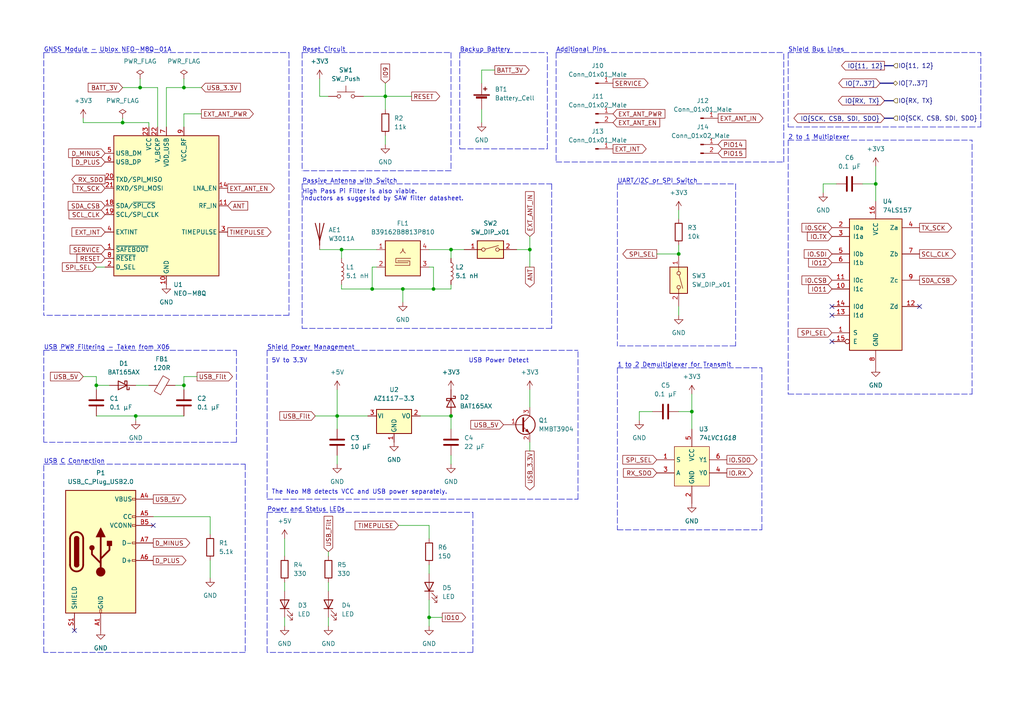
<source format=kicad_sch>
(kicad_sch (version 20211123) (generator eeschema)
  (paper "A4")
  (lib_symbols
    (symbol "74xx:74LS157" (pin_names (offset 1.016))
      (property "Reference" "U" (at -7.62 19.05 0))
      (property "Value" "74LS157" (at -7.62 -21.59 0))
      (symbol "74LS157_1_0"
        (pin input line (at -12.7 -15.24 0) (length 5.08) (name "S") (number "1"))
        (pin input line (at -12.7 -2.54 0) (length 5.08) (name "I1c") (number "10"))
        (pin input line (at -12.7 0 0) (length 5.08) (name "I0c") (number "11"))
        (pin output line (at 12.7 -7.62 180) (length 5.08) (name "Zd") (number "12"))
        (pin input line (at -12.7 -10.16 0) (length 5.08) (name "I1d") (number "13"))
        (pin input line (at -12.7 -7.62 0) (length 5.08) (name "I0d") (number "14"))
        (pin input inverted (at -12.7 -17.78 0) (length 5.08) (name "E") (number "15"))
        (pin power_in line (at 0 22.86 270) (length 5.08) (name "VCC") (number "16"))
        (pin input line (at -12.7 15.24 0) (length 5.08) (name "I0a") (number "2"))
        (pin input line (at -12.7 12.7 0) (length 5.08) (name "I1a") (number "3"))
        (pin output line (at 12.7 15.24 180) (length 5.08) (name "Za") (number "4"))
        (pin input line (at -12.7 7.62 0) (length 5.08) (name "I0b") (number "5"))
        (pin input line (at -12.7 5.08 0) (length 5.08) (name "I1b") (number "6"))
        (pin output line (at 12.7 7.62 180) (length 5.08) (name "Zb") (number "7"))
        (pin power_in line (at 0 -25.4 90) (length 5.08) (name "GND") (number "8"))
        (pin output line (at 12.7 0 180) (length 5.08) (name "Zc") (number "9"))
      )
      (symbol "74LS157_1_1"
        (rectangle (start -7.62 17.78) (end 7.62 -20.32) (stroke (width 0.254)) (fill (type background)))
      )
    )
    (symbol "Connector:Conn_01x01_Male" (pin_names (offset 1.016) hide)
      (property "Reference" "J" (at 0 2.54 0))
      (property "Value" "Conn_01x01_Male" (at 0 -2.54 0))
      (symbol "Conn_01x01_Male_1_1"
        (polyline (pts (xy 1.27 0) (xy 0.8636 0)) (stroke (width 0.1524)))
        (rectangle (start 0.8636 0.127) (end 0 -0.127) (stroke (width 0.1524)) (fill (type outline)))
        (pin passive line (at 5.08 0 180) (length 3.81) (name "Pin_1") (number "1"))
      )
    )
    (symbol "Connector:Conn_01x02_Male" (pin_names (offset 1.016) hide)
      (property "Reference" "J" (at 0 2.54 0))
      (property "Value" "Conn_01x02_Male" (at 0 -5.08 0))
      (symbol "Conn_01x02_Male_1_1"
        (polyline (pts (xy 1.27 -2.54) (xy 0.8636 -2.54)) (stroke (width 0.1524)))
        (polyline (pts (xy 1.27 0) (xy 0.8636 0)) (stroke (width 0.1524)))
        (rectangle (start 0.8636 -2.413) (end 0 -2.667) (stroke (width 0.1524)) (fill (type outline)))
        (rectangle (start 0.8636 0.127) (end 0 -0.127) (stroke (width 0.1524)) (fill (type outline)))
        (pin passive line (at 5.08 0 180) (length 3.81) (name "Pin_1") (number "1"))
        (pin passive line (at 5.08 -2.54 180) (length 3.81) (name "Pin_2") (number "2"))
      )
    )
    (symbol "Connector:USB_C_Plug_USB2.0" (pin_names (offset 1.016))
      (property "Reference" "P" (at -10.16 19.05 0))
      (property "Value" "USB_C_Plug_USB2.0" (at 12.7 19.05 0))
      (symbol "USB_C_Plug_USB2.0_0_0"
        (rectangle (start -0.254 -17.78) (end 0.254 -16.764))
        (rectangle (start 10.16 -2.286) (end 9.144 -2.794))
        (rectangle (start 10.16 2.794) (end 9.144 2.286))
        (rectangle (start 10.16 7.874) (end 9.144 7.366))
        (rectangle (start 10.16 10.414) (end 9.144 9.906))
        (rectangle (start 10.16 15.494) (end 9.144 14.986))
      )
      (symbol "USB_C_Plug_USB2.0_0_1"
        (rectangle (start -10.16 17.78) (end 10.16 -17.78) (stroke (width 0.254)) (fill (type background)))
        (arc (start -8.89 -3.81) (mid -6.985 -5.715) (end -5.08 -3.81) (stroke (width 0.508)))
        (arc (start -7.62 -3.81) (mid -6.985 -4.445) (end -6.35 -3.81) (stroke (width 0.254)))
        (arc (start -7.62 -3.81) (mid -6.985 -4.445) (end -6.35 -3.81) (stroke (width 0.254)) (fill (type outline)))
        (rectangle (start -7.62 -3.81) (end -6.35 3.81) (stroke (width 0.254)) (fill (type outline)))
        (arc (start -6.35 3.81) (mid -6.985 4.445) (end -7.62 3.81) (stroke (width 0.254)))
        (arc (start -6.35 3.81) (mid -6.985 4.445) (end -7.62 3.81) (stroke (width 0.254)) (fill (type outline)))
        (arc (start -5.08 3.81) (mid -6.985 5.715) (end -8.89 3.81) (stroke (width 0.508)))
        (circle (center -2.54 1.143) (radius 0.635) (stroke (width 0.254)) (fill (type outline)))
        (circle (center 0 -5.842) (radius 1.27) (fill (type outline)))
        (polyline (pts (xy -8.89 -3.81) (xy -8.89 3.81)) (stroke (width 0.508)))
        (polyline (pts (xy -5.08 3.81) (xy -5.08 -3.81)) (stroke (width 0.508)))
        (polyline (pts (xy 0 -5.842) (xy 0 4.318)) (stroke (width 0.508)))
        (polyline (pts (xy 0 -3.302) (xy -2.54 -0.762) (xy -2.54 0.508)) (stroke (width 0.508)))
        (polyline (pts (xy 0 -2.032) (xy 2.54 0.508) (xy 2.54 1.778)) (stroke (width 0.508)))
        (polyline (pts (xy -1.27 4.318) (xy 0 6.858) (xy 1.27 4.318) (xy -1.27 4.318)) (stroke (width 0.254)) (fill (type outline)))
        (rectangle (start 1.905 1.778) (end 3.175 3.048) (stroke (width 0.254)) (fill (type outline)))
      )
      (symbol "USB_C_Plug_USB2.0_1_1"
        (pin passive line (at 0 -22.86 90) (length 5.08) (name "GND") (number "A1"))
        (pin passive line (at 0 -22.86 90) (length 5.08) hide (name "GND") (number "A12"))
        (pin passive line (at 15.24 15.24 180) (length 5.08) (name "VBUS") (number "A4"))
        (pin bidirectional line (at 15.24 10.16 180) (length 5.08) (name "CC") (number "A5"))
        (pin bidirectional line (at 15.24 -2.54 180) (length 5.08) (name "D+") (number "A6"))
        (pin bidirectional line (at 15.24 2.54 180) (length 5.08) (name "D-") (number "A7"))
        (pin passive line (at 15.24 15.24 180) (length 5.08) hide (name "VBUS") (number "A9"))
        (pin passive line (at 0 -22.86 90) (length 5.08) hide (name "GND") (number "B1"))
        (pin passive line (at 0 -22.86 90) (length 5.08) hide (name "GND") (number "B12"))
        (pin passive line (at 15.24 15.24 180) (length 5.08) hide (name "VBUS") (number "B4"))
        (pin bidirectional line (at 15.24 7.62 180) (length 5.08) (name "VCONN") (number "B5"))
        (pin passive line (at 15.24 15.24 180) (length 5.08) hide (name "VBUS") (number "B9"))
        (pin passive line (at -7.62 -22.86 90) (length 5.08) (name "SHIELD") (number "S1"))
      )
    )
    (symbol "Device:Antenna" (pin_numbers hide) (pin_names (offset 1.016) hide)
      (property "Reference" "AE" (at -1.905 1.905 0))
      (property "Value" "Antenna" (at -1.905 0 0))
      (symbol "Antenna_0_1"
        (polyline (pts (xy 0 2.54) (xy 0 -3.81)) (stroke (width 0.254)))
        (polyline (pts (xy 1.27 2.54) (xy 0 -2.54) (xy -1.27 2.54)) (stroke (width 0.254)))
      )
      (symbol "Antenna_1_1"
        (pin input line (at 0 -5.08 90) (length 2.54) (name "A") (number "1"))
      )
    )
    (symbol "Device:Battery_Cell" (pin_numbers hide) (pin_names (offset 0) hide)
      (property "Reference" "BT" (at 2.54 2.54 0))
      (property "Value" "Battery_Cell" (at 2.54 0 0))
      (symbol "Battery_Cell_0_1"
        (rectangle (start -2.286 1.778) (end 2.286 1.524) (fill (type outline)))
        (rectangle (start -1.5748 1.1938) (end 1.4732 0.6858) (fill (type outline)))
        (polyline (pts (xy 0 0.762) (xy 0 0)))
        (polyline (pts (xy 0 1.778) (xy 0 2.54)))
        (polyline (pts (xy 0.508 3.429) (xy 1.524 3.429)) (stroke (width 0.254)))
        (polyline (pts (xy 1.016 3.937) (xy 1.016 2.921)) (stroke (width 0.254)))
      )
      (symbol "Battery_Cell_1_1"
        (pin passive line (at 0 5.08 270) (length 2.54) (name "+") (number "1"))
        (pin passive line (at 0 -2.54 90) (length 2.54) (name "-") (number "2"))
      )
    )
    (symbol "Device:C" (pin_numbers hide) (pin_names (offset 0.254))
      (property "Reference" "C" (at 0.635 2.54 0))
      (property "Value" "C" (at 0.635 -2.54 0))
      (symbol "C_0_1"
        (polyline (pts (xy -2.032 -0.762) (xy 2.032 -0.762)) (stroke (width 0.508)))
        (polyline (pts (xy -2.032 0.762) (xy 2.032 0.762)) (stroke (width 0.508)))
      )
      (symbol "C_1_1"
        (pin passive line (at 0 3.81 270) (length 2.794) (name "~") (number "1"))
        (pin passive line (at 0 -3.81 90) (length 2.794) (name "~") (number "2"))
      )
    )
    (symbol "Device:D_Schottky" (pin_numbers hide) (pin_names (offset 1.016) hide)
      (property "Reference" "D" (at 0 2.54 0))
      (property "Value" "D_Schottky" (at 0 -2.54 0))
      (symbol "D_Schottky_0_1"
        (polyline (pts (xy 1.27 0) (xy -1.27 0)))
        (polyline (pts (xy 1.27 1.27) (xy 1.27 -1.27) (xy -1.27 0) (xy 1.27 1.27)) (stroke (width 0.254)))
        (polyline (pts (xy -1.905 0.635) (xy -1.905 1.27) (xy -1.27 1.27) (xy -1.27 -1.27) (xy -0.635 -1.27) (xy -0.635 -0.635)) (stroke (width 0.254)))
      )
      (symbol "D_Schottky_1_1"
        (pin passive line (at -3.81 0 0) (length 2.54) (name "K") (number "1"))
        (pin passive line (at 3.81 0 180) (length 2.54) (name "A") (number "2"))
      )
    )
    (symbol "Device:FerriteBead" (pin_numbers hide) (pin_names (offset 0))
      (property "Reference" "FB" (at -3.81 0.635 90))
      (property "Value" "FerriteBead" (at 3.81 0 90))
      (symbol "FerriteBead_0_1"
        (polyline (pts (xy 0 -1.27) (xy 0 -1.2192)))
        (polyline (pts (xy 0 1.27) (xy 0 1.2954)))
        (polyline (pts (xy -2.7686 0.4064) (xy -1.7018 2.2606) (xy 2.7686 -0.3048) (xy 1.6764 -2.159) (xy -2.7686 0.4064)))
      )
      (symbol "FerriteBead_1_1"
        (pin passive line (at 0 3.81 270) (length 2.54) (name "~") (number "1"))
        (pin passive line (at 0 -3.81 90) (length 2.54) (name "~") (number "2"))
      )
    )
    (symbol "Device:L" (pin_numbers hide) (pin_names (offset 1.016) hide)
      (property "Reference" "L" (at -1.27 0 90))
      (property "Value" "L" (at 1.905 0 90))
      (symbol "L_0_1"
        (arc (start 0 -2.54) (mid 0.635 -1.905) (end 0 -1.27))
        (arc (start 0 -1.27) (mid 0.635 -0.635) (end 0 0))
        (arc (start 0 0) (mid 0.635 0.635) (end 0 1.27))
        (arc (start 0 1.27) (mid 0.635 1.905) (end 0 2.54))
      )
      (symbol "L_1_1"
        (pin passive line (at 0 3.81 270) (length 1.27) (name "1") (number "1"))
        (pin passive line (at 0 -3.81 90) (length 1.27) (name "2") (number "2"))
      )
    )
    (symbol "Device:LED" (pin_numbers hide) (pin_names (offset 1.016) hide)
      (property "Reference" "D" (at 0 2.54 0))
      (property "Value" "LED" (at 0 -2.54 0))
      (symbol "LED_0_1"
        (polyline (pts (xy -1.27 -1.27) (xy -1.27 1.27)) (stroke (width 0.254)))
        (polyline (pts (xy -1.27 0) (xy 1.27 0)))
        (polyline (pts (xy 1.27 -1.27) (xy 1.27 1.27) (xy -1.27 0) (xy 1.27 -1.27)) (stroke (width 0.254)))
        (polyline (pts (xy -3.048 -0.762) (xy -4.572 -2.286) (xy -3.81 -2.286) (xy -4.572 -2.286) (xy -4.572 -1.524)))
        (polyline (pts (xy -1.778 -0.762) (xy -3.302 -2.286) (xy -2.54 -2.286) (xy -3.302 -2.286) (xy -3.302 -1.524)))
      )
      (symbol "LED_1_1"
        (pin passive line (at -3.81 0 0) (length 2.54) (name "K") (number "1"))
        (pin passive line (at 3.81 0 180) (length 2.54) (name "A") (number "2"))
      )
    )
    (symbol "Device:R" (pin_numbers hide) (pin_names (offset 0))
      (property "Reference" "R" (at 2.032 0 90))
      (property "Value" "R" (at 0 0 90))
      (symbol "R_0_1"
        (rectangle (start -1.016 -2.54) (end 1.016 2.54) (stroke (width 0.254)))
      )
      (symbol "R_1_1"
        (pin passive line (at 0 3.81 270) (length 1.27) (name "~") (number "1"))
        (pin passive line (at 0 -3.81 90) (length 1.27) (name "~") (number "2"))
      )
    )
    (symbol "Filter:B39162B8813P810" (pin_names (offset 1.016))
      (property "Reference" "FL" (at 2.54 -6.35 0))
      (property "Value" "B39162B8813P810" (at 0 6.35 0))
      (symbol "B39162B8813P810_0_1"
        (rectangle (start -5.08 5.08) (end 5.08 -5.08) (stroke (width 0.254)) (fill (type background)))
        (arc (start -0.762 1.524) (mid -0.1995 2.0501) (end 0 2.794))
        (polyline (pts (xy -1.524 -0.762) (xy -1.27 -0.762)))
        (polyline (pts (xy 1.524 -1.27) (xy -1.524 -1.27)))
        (polyline (pts (xy 1.524 -0.762) (xy -1.27 -0.762)))
        (polyline (pts (xy -1.524 -1.27) (xy -2.032 -1.27) (xy -2.032 0) (xy 2.286 0)))
        (polyline (pts (xy 1.524 -0.762) (xy 2.032 -0.762) (xy 2.032 -2.032) (xy -2.286 -2.032)))
        (arc (start 0 2.794) (mid 0.2072 2.0547) (end 0.762 1.524))
      )
      (symbol "B39162B8813P810_1_1"
        (pin passive line (at -7.62 2.54 0) (length 2.54) (name "~") (number "1"))
        (pin passive line (at -7.62 -2.54 0) (length 2.54) (name "~") (number "2"))
        (pin passive line (at 7.62 -2.54 180) (length 2.54) (name "~") (number "3"))
        (pin passive line (at 7.62 2.54 180) (length 2.54) (name "~") (number "4"))
        (pin passive line (at -7.62 -2.54 0) (length 2.54) hide (name "~") (number "5"))
      )
    )
    (symbol "Modified Symbols:74LVC1G18"
      (property "Reference" "U" (at 6.35 -2.54 0))
      (property "Value" "74LVC1G18" (at 6.35 -5.08 0))
      (symbol "74LVC1G18_0_1"
        (rectangle (start -5.08 -6.35) (end 5.08 -17.78) (fill (type background)))
      )
      (symbol "74LVC1G18_1_1"
        (pin input line (at -10.16 -10.16 0) (length 5.08) (name "S") (number "1"))
        (pin power_in line (at 0 -22.86 90) (length 5.08) (name "GND") (number "2"))
        (pin input line (at -10.16 -13.97 0) (length 5.08) (name "A") (number "3"))
        (pin tri_state line (at 10.16 -13.97 180) (length 5.08) (name "Y0") (number "4"))
        (pin power_in line (at 0 -1.27 270) (length 5.08) (name "VCC") (number "5"))
        (pin tri_state line (at 10.16 -10.16 180) (length 5.08) (name "Y1") (number "6"))
      )
    )
    (symbol "RF_GPS:NEO-M8Q"
      (property "Reference" "U" (at -13.97 21.59 0))
      (property "Value" "NEO-M8Q" (at 11.43 21.59 0))
      (symbol "NEO-M8Q_0_1"
        (rectangle (start -15.24 20.32) (end 15.24 -20.32) (stroke (width 0.254)) (fill (type background)))
      )
      (symbol "NEO-M8Q_1_1"
        (pin input line (at -17.78 -12.7 0) (length 2.54) (name "~{SAFEBOOT}") (number "1"))
        (pin power_in line (at 0 -22.86 90) (length 2.54) (name "GND") (number "10"))
        (pin input line (at 17.78 0 180) (length 2.54) (name "RF_IN") (number "11"))
        (pin passive line (at 0 -22.86 90) (length 2.54) hide (name "GND") (number "12"))
        (pin passive line (at 0 -22.86 90) (length 2.54) hide (name "GND") (number "13"))
        (pin output line (at 17.78 5.08 180) (length 2.54) (name "LNA_EN") (number "14"))
        (pin no_connect line (at 15.24 -10.16 180) (length 2.54) hide (name "RESERVED") (number "15"))
        (pin no_connect line (at 15.24 -12.7 180) (length 2.54) hide (name "RESERVED") (number "16"))
        (pin no_connect line (at 15.24 -15.24 180) (length 2.54) hide (name "RESERVED") (number "17"))
        (pin bidirectional line (at -17.78 0 0) (length 2.54) (name "SDA/~{SPI_CS}") (number "18"))
        (pin input line (at -17.78 -2.54 0) (length 2.54) (name "SCL/SPI_CLK") (number "19"))
        (pin input line (at -17.78 -17.78 0) (length 2.54) (name "D_SEL") (number "2"))
        (pin output line (at -17.78 7.62 0) (length 2.54) (name "TXD/SPI_MISO") (number "20"))
        (pin input line (at -17.78 5.08 0) (length 2.54) (name "RXD/SPI_MOSI") (number "21"))
        (pin power_in line (at -2.54 22.86 270) (length 2.54) (name "V_BCKP") (number "22"))
        (pin power_in line (at -5.08 22.86 270) (length 2.54) (name "VCC") (number "23"))
        (pin passive line (at 0 -22.86 90) (length 2.54) hide (name "GND") (number "24"))
        (pin output line (at 17.78 -7.62 180) (length 2.54) (name "TIMEPULSE") (number "3"))
        (pin input line (at -17.78 -7.62 0) (length 2.54) (name "EXTINT") (number "4"))
        (pin bidirectional line (at -17.78 15.24 0) (length 2.54) (name "USB_DM") (number "5"))
        (pin bidirectional line (at -17.78 12.7 0) (length 2.54) (name "USB_DP") (number "6"))
        (pin power_in line (at 0 22.86 270) (length 2.54) (name "VDD_USB") (number "7"))
        (pin input line (at -17.78 -15.24 0) (length 2.54) (name "~{RESET}") (number "8"))
        (pin power_out line (at 5.08 22.86 270) (length 2.54) (name "VCC_RF") (number "9"))
      )
    )
    (symbol "Regulator_Linear:AZ1117-3.3" (pin_names (offset 0.254))
      (property "Reference" "U" (at -3.81 3.175 0))
      (property "Value" "AZ1117-3.3" (at 0 3.175 0))
      (symbol "AZ1117-3.3_0_1"
        (rectangle (start -5.08 1.905) (end 5.08 -5.08) (stroke (width 0.254)) (fill (type background)))
      )
      (symbol "AZ1117-3.3_1_1"
        (pin power_in line (at 0 -7.62 90) (length 2.54) (name "GND") (number "1"))
        (pin power_out line (at 7.62 0 180) (length 2.54) (name "VO") (number "2"))
        (pin power_in line (at -7.62 0 0) (length 2.54) (name "VI") (number "3"))
      )
    )
    (symbol "Switch:SW_DIP_x01" (pin_names (offset 0) hide)
      (property "Reference" "SW" (at 0 3.81 0))
      (property "Value" "SW_DIP_x01" (at 0 -3.81 0))
      (symbol "SW_DIP_x01_0_0"
        (circle (center -2.032 0) (radius 0.508))
        (polyline (pts (xy -1.524 0.127) (xy 2.3622 1.1684)))
        (circle (center 2.032 0) (radius 0.508))
      )
      (symbol "SW_DIP_x01_0_1"
        (rectangle (start -3.81 2.54) (end 3.81 -2.54) (stroke (width 0.254)) (fill (type background)))
      )
      (symbol "SW_DIP_x01_1_1"
        (pin passive line (at -7.62 0 0) (length 5.08) (name "~") (number "1"))
        (pin passive line (at 7.62 0 180) (length 5.08) (name "~") (number "2"))
      )
    )
    (symbol "Switch:SW_Push" (pin_numbers hide) (pin_names (offset 1.016) hide)
      (property "Reference" "SW" (at 1.27 2.54 0))
      (property "Value" "SW_Push" (at 0 -1.524 0))
      (symbol "SW_Push_0_1"
        (circle (center -2.032 0) (radius 0.508))
        (polyline (pts (xy 0 1.27) (xy 0 3.048)))
        (polyline (pts (xy 2.54 1.27) (xy -2.54 1.27)))
        (circle (center 2.032 0) (radius 0.508))
        (pin passive line (at -5.08 0 0) (length 2.54) (name "1") (number "1"))
        (pin passive line (at 5.08 0 180) (length 2.54) (name "2") (number "2"))
      )
    )
    (symbol "Transistor_BJT:MMBT3904" (pin_names (offset 0) hide)
      (property "Reference" "Q" (at 5.08 1.905 0))
      (property "Value" "MMBT3904" (at 5.08 0 0))
      (symbol "MMBT3904_0_1"
        (polyline (pts (xy 0.635 0.635) (xy 2.54 2.54)))
        (polyline (pts (xy 0.635 -0.635) (xy 2.54 -2.54) (xy 2.54 -2.54)))
        (polyline (pts (xy 0.635 1.905) (xy 0.635 -1.905) (xy 0.635 -1.905)) (stroke (width 0.508)))
        (polyline (pts (xy 1.27 -1.778) (xy 1.778 -1.27) (xy 2.286 -2.286) (xy 1.27 -1.778) (xy 1.27 -1.778)) (fill (type outline)))
        (circle (center 1.27 0) (radius 2.8194) (stroke (width 0.254)))
      )
      (symbol "MMBT3904_1_1"
        (pin input line (at -5.08 0 0) (length 5.715) (name "B") (number "1"))
        (pin passive line (at 2.54 -5.08 90) (length 2.54) (name "E") (number "2"))
        (pin passive line (at 2.54 5.08 270) (length 2.54) (name "C") (number "3"))
      )
    )
    (symbol "power:+3.3V" (power) (pin_names (offset 0))
      (property "Value" "+3.3V" (at 0 3.556 0))
      (symbol "+3.3V_0_1"
        (polyline (pts (xy -0.762 1.27) (xy 0 2.54)))
        (polyline (pts (xy 0 0) (xy 0 2.54)))
        (polyline (pts (xy 0 2.54) (xy 0.762 1.27)))
      )
      (symbol "+3.3V_1_1"
        (pin power_in line (at 0 0 90) (length 0) hide (name "+3V3") (number "1"))
      )
    )
    (symbol "power:+5V" (power) (pin_names (offset 0))
      (property "Value" "+5V" (at 0 3.556 0))
      (symbol "+5V_0_1"
        (polyline (pts (xy -0.762 1.27) (xy 0 2.54)))
        (polyline (pts (xy 0 0) (xy 0 2.54)))
        (polyline (pts (xy 0 2.54) (xy 0.762 1.27)))
      )
      (symbol "+5V_1_1"
        (pin power_in line (at 0 0 90) (length 0) hide (name "+5V") (number "1"))
      )
    )
    (symbol "power:GND" (power) (pin_names (offset 0))
      (property "Value" "GND" (at 0 -3.81 0))
      (symbol "GND_0_1"
        (polyline (pts (xy 0 0) (xy 0 -1.27) (xy 1.27 -1.27) (xy 0 -2.54) (xy -1.27 -1.27) (xy 0 -1.27)))
      )
      (symbol "GND_1_1"
        (pin power_in line (at 0 0 270) (length 0) hide (name "GND") (number "1"))
      )
    )
    (symbol "power:PWR_FLAG" (power) (pin_numbers hide) (pin_names (offset 0) hide)
      (property "Value" "PWR_FLAG" (at 0 3.81 0))
      (symbol "PWR_FLAG_0_0"
        (pin power_out line (at 0 0 90) (length 0) (name "pwr") (number "1"))
      )
      (symbol "PWR_FLAG_0_1"
        (polyline (pts (xy 0 0) (xy 0 1.27) (xy -1.016 1.905) (xy 0 2.54) (xy 1.016 1.905) (xy 0 1.27)))
      )
    )
  )
  (junction (at 97.79 120.65))
  (junction (at 107.95 83.82))
  (junction (at 40.64 25.4))
  (junction (at 125.73 83.82))
  (junction (at 130.81 120.65))
  (junction (at 53.34 111.76))
  (junction (at 254 53.34))
  (junction (at 39.37 120.65))
  (junction (at 35.56 35.56))
  (junction (at 99.06 72.39))
  (junction (at 27.94 111.76))
  (junction (at 53.34 25.4))
  (junction (at 196.85 73.66))
  (junction (at 130.81 72.39))
  (junction (at 116.84 83.82))
  (junction (at 153.67 72.39))
  (junction (at 124.46 179.07))
  (junction (at 200.66 119.38))
  (junction (at 111.76 27.94))
  (no_connect (at 266.7 88.9))
  (no_connect (at 241.3 99.06))
  (no_connect (at 241.3 91.44))
  (no_connect (at 241.3 88.9))
  (no_connect (at 21.59 182.88))
  (no_connect (at 44.45 152.4))
  (wire (pts (xy 53.34 111.76) (xy 53.34 113.03)))
  (wire (pts (xy 27.94 120.65) (xy 39.37 120.65)))
  (wire (pts (xy 53.34 36.83) (xy 53.34 33.02)))
  (wire (pts (xy 48.26 25.4) (xy 48.26 36.83)))
  (wire (pts (xy 24.13 35.56) (xy 24.13 34.29)))
  (bus (pts (xy 256.54 34.29) (xy 259.08 34.29)))
  (wire (pts (xy 35.56 34.29) (xy 35.56 35.56)))
  (wire (pts (xy 27.94 111.76) (xy 31.75 111.76)))
  (wire (pts (xy 238.76 53.34) (xy 242.57 53.34)))
  (bus (pts (xy 255.27 24.13) (xy 259.08 24.13)))
  (wire (pts (xy 53.34 22.86) (xy 53.34 25.4)))
  (wire (pts (xy 39.37 111.76) (xy 43.18 111.76)))
  (bus (pts (xy 256.54 19.05) (xy 259.08 19.05)))
  (polyline (pts (xy 133.35 43.18) (xy 158.75 43.18)))
  (wire (pts (xy 125.73 77.47) (xy 125.73 83.82)))
  (wire (pts (xy 124.46 77.47) (xy 125.73 77.47)))
  (polyline (pts (xy 284.48 36.83) (xy 284.48 15.24)))
  (wire (pts (xy 139.7 31.75) (xy 139.7 35.56)))
  (polyline (pts (xy 12.7 15.24) (xy 83.82 15.24)))
  (wire (pts (xy 130.81 132.08) (xy 130.81 134.62)))
  (polyline (pts (xy 12.7 15.24) (xy 12.7 91.44)))
  (wire (pts (xy 82.55 179.07) (xy 82.55 181.61)))
  (wire (pts (xy 153.67 128.27) (xy 153.67 130.81)))
  (wire (pts (xy 130.81 72.39) (xy 130.81 74.93)))
  (wire (pts (xy 111.76 27.94) (xy 119.38 27.94)))
  (wire (pts (xy 27.94 109.22) (xy 27.94 111.76)))
  (polyline (pts (xy 179.07 53.34) (xy 179.07 100.33)))
  (wire (pts (xy 92.71 27.94) (xy 95.25 27.94)))
  (wire (pts (xy 200.66 119.38) (xy 200.66 124.46)))
  (wire (pts (xy 111.76 24.13) (xy 111.76 27.94)))
  (wire (pts (xy 24.13 109.22) (xy 27.94 109.22)))
  (polyline (pts (xy 179.07 53.34) (xy 213.36 53.34)))
  (polyline (pts (xy 71.12 134.62) (xy 71.12 189.23)))
  (polyline (pts (xy 179.07 106.68) (xy 220.98 106.68)))
  (wire (pts (xy 97.79 113.03) (xy 97.79 120.65)))
  (polyline (pts (xy 160.02 95.25) (xy 87.63 95.25)))
  (wire (pts (xy 124.46 179.07) (xy 128.27 179.07)))
  (wire (pts (xy 185.42 121.92) (xy 185.42 119.38)))
  (wire (pts (xy 254 48.26) (xy 254 53.34)))
  (polyline (pts (xy 220.98 153.67) (xy 220.98 106.68)))
  (wire (pts (xy 109.22 77.47) (xy 107.95 77.47)))
  (polyline (pts (xy 133.35 15.24) (xy 133.35 43.18)))
  (polyline (pts (xy 130.81 15.24) (xy 130.81 49.53)))
  (polyline (pts (xy 12.7 134.62) (xy 71.12 134.62)))
  (polyline (pts (xy 228.6 36.83) (xy 284.48 36.83)))
  (wire (pts (xy 48.26 25.4) (xy 53.34 25.4)))
  (wire (pts (xy 250.19 53.34) (xy 254 53.34)))
  (polyline (pts (xy 12.7 189.23) (xy 12.7 134.62)))
  (wire (pts (xy 196.85 60.96) (xy 196.85 63.5)))
  (wire (pts (xy 153.67 68.58) (xy 153.67 72.39)))
  (polyline (pts (xy 87.63 15.24) (xy 130.81 15.24)))
  (wire (pts (xy 53.34 109.22) (xy 53.34 111.76)))
  (wire (pts (xy 125.73 83.82) (xy 116.84 83.82)))
  (polyline (pts (xy 87.63 15.24) (xy 87.63 49.53)))
  (wire (pts (xy 124.46 72.39) (xy 130.81 72.39)))
  (wire (pts (xy 35.56 25.4) (xy 40.64 25.4)))
  (wire (pts (xy 238.76 55.88) (xy 238.76 53.34)))
  (polyline (pts (xy 77.47 148.59) (xy 77.47 189.23)))
  (polyline (pts (xy 77.47 101.6) (xy 77.47 144.78)))
  (wire (pts (xy 111.76 27.94) (xy 111.76 31.75)))
  (polyline (pts (xy 228.6 40.64) (xy 281.94 40.64)))
  (polyline (pts (xy 228.6 15.24) (xy 284.48 15.24)))
  (wire (pts (xy 124.46 152.4) (xy 124.46 156.21)))
  (wire (pts (xy 121.92 120.65) (xy 130.81 120.65)))
  (wire (pts (xy 53.34 109.22) (xy 57.15 109.22)))
  (polyline (pts (xy 68.58 128.27) (xy 12.7 128.27)))
  (wire (pts (xy 130.81 72.39) (xy 134.62 72.39)))
  (wire (pts (xy 50.8 111.76) (xy 53.34 111.76)))
  (wire (pts (xy 82.55 168.91) (xy 82.55 171.45)))
  (polyline (pts (xy 137.16 148.59) (xy 137.16 189.23)))
  (wire (pts (xy 44.45 149.86) (xy 60.96 149.86)))
  (wire (pts (xy 124.46 173.99) (xy 124.46 179.07)))
  (wire (pts (xy 95.25 160.02) (xy 95.25 161.29)))
  (wire (pts (xy 95.25 168.91) (xy 95.25 171.45)))
  (wire (pts (xy 116.84 83.82) (xy 116.84 87.63)))
  (wire (pts (xy 185.42 119.38) (xy 189.23 119.38)))
  (wire (pts (xy 130.81 82.55) (xy 130.81 83.82)))
  (polyline (pts (xy 228.6 114.3) (xy 281.94 114.3)))
  (wire (pts (xy 40.64 22.86) (xy 40.64 25.4)))
  (polyline (pts (xy 133.35 15.24) (xy 158.75 15.24)))
  (wire (pts (xy 130.81 120.65) (xy 130.81 124.46)))
  (polyline (pts (xy 179.07 153.67) (xy 220.98 153.67)))
  (wire (pts (xy 99.06 82.55) (xy 99.06 83.82)))
  (wire (pts (xy 196.85 119.38) (xy 200.66 119.38)))
  (polyline (pts (xy 77.47 144.78) (xy 167.64 144.78)))
  (bus (pts (xy 256.54 29.21) (xy 259.08 29.21)))
  (polyline (pts (xy 77.47 101.6) (xy 167.64 101.6)))
  (polyline (pts (xy 137.16 189.23) (xy 77.47 189.23)))
  (wire (pts (xy 82.55 156.21) (xy 82.55 161.29)))
  (wire (pts (xy 45.72 36.83) (xy 45.72 25.4)))
  (wire (pts (xy 190.5 73.66) (xy 196.85 73.66)))
  (wire (pts (xy 27.94 77.47) (xy 30.48 77.47)))
  (polyline (pts (xy 12.7 101.6) (xy 68.58 101.6)))
  (polyline (pts (xy 87.63 53.34) (xy 87.63 95.25)))
  (wire (pts (xy 60.96 162.56) (xy 60.96 167.64)))
  (polyline (pts (xy 161.29 15.24) (xy 227.33 15.24)))
  (wire (pts (xy 139.7 20.32) (xy 139.7 24.13)))
  (wire (pts (xy 124.46 179.07) (xy 124.46 181.61)))
  (wire (pts (xy 24.13 35.56) (xy 35.56 35.56)))
  (wire (pts (xy 124.46 163.83) (xy 124.46 166.37)))
  (wire (pts (xy 92.71 72.39) (xy 99.06 72.39)))
  (polyline (pts (xy 281.94 114.3) (xy 281.94 40.64)))
  (wire (pts (xy 39.37 120.65) (xy 39.37 121.92)))
  (polyline (pts (xy 130.81 49.53) (xy 87.63 49.53)))
  (wire (pts (xy 27.94 111.76) (xy 27.94 113.03)))
  (wire (pts (xy 95.25 179.07) (xy 95.25 181.61)))
  (polyline (pts (xy 167.64 144.78) (xy 167.64 101.6)))
  (wire (pts (xy 60.96 149.86) (xy 60.96 154.94)))
  (wire (pts (xy 125.73 83.82) (xy 130.81 83.82)))
  (wire (pts (xy 111.76 39.37) (xy 111.76 41.91)))
  (polyline (pts (xy 227.33 46.99) (xy 227.33 15.24)))
  (wire (pts (xy 92.71 22.86) (xy 92.71 27.94)))
  (wire (pts (xy 153.67 72.39) (xy 153.67 77.47)))
  (wire (pts (xy 115.57 152.4) (xy 124.46 152.4)))
  (polyline (pts (xy 158.75 43.18) (xy 158.75 15.24)))
  (polyline (pts (xy 228.6 15.24) (xy 228.6 36.83)))
  (wire (pts (xy 149.86 72.39) (xy 153.67 72.39)))
  (wire (pts (xy 97.79 120.65) (xy 106.68 120.65)))
  (wire (pts (xy 254 53.34) (xy 254 58.42)))
  (polyline (pts (xy 87.63 53.34) (xy 160.02 53.34)))
  (polyline (pts (xy 71.12 189.23) (xy 12.7 189.23)))
  (wire (pts (xy 99.06 72.39) (xy 109.22 72.39)))
  (polyline (pts (xy 161.29 15.24) (xy 161.29 46.99)))
  (wire (pts (xy 40.64 25.4) (xy 45.72 25.4)))
  (wire (pts (xy 53.34 33.02) (xy 58.42 33.02)))
  (wire (pts (xy 107.95 83.82) (xy 116.84 83.82)))
  (polyline (pts (xy 213.36 53.34) (xy 213.36 100.33)))
  (wire (pts (xy 107.95 77.47) (xy 107.95 83.82)))
  (wire (pts (xy 97.79 124.46) (xy 97.79 120.65)))
  (wire (pts (xy 196.85 71.12) (xy 196.85 73.66)))
  (polyline (pts (xy 160.02 53.34) (xy 160.02 95.25)))
  (polyline (pts (xy 161.29 46.99) (xy 227.33 46.99)))
  (wire (pts (xy 43.18 36.83) (xy 43.18 35.56)))
  (polyline (pts (xy 83.82 15.24) (xy 83.82 91.44)))
  (wire (pts (xy 139.7 20.32) (xy 143.51 20.32)))
  (wire (pts (xy 99.06 83.82) (xy 107.95 83.82)))
  (wire (pts (xy 97.79 132.08) (xy 97.79 134.62)))
  (polyline (pts (xy 213.36 100.33) (xy 179.07 100.33)))
  (wire (pts (xy 35.56 35.56) (xy 43.18 35.56)))
  (wire (pts (xy 196.85 88.9) (xy 196.85 91.44)))
  (wire (pts (xy 39.37 120.65) (xy 53.34 120.65)))
  (polyline (pts (xy 12.7 128.27) (xy 12.7 101.6)))
  (polyline (pts (xy 228.6 40.64) (xy 228.6 114.3)))
  (polyline (pts (xy 83.82 91.44) (xy 12.7 91.44)))
  (wire (pts (xy 58.42 25.4) (xy 53.34 25.4)))
  (wire (pts (xy 200.66 114.3) (xy 200.66 119.38)))
  (wire (pts (xy 153.67 113.03) (xy 153.67 118.11)))
  (polyline (pts (xy 77.47 148.59) (xy 137.16 148.59)))
  (wire (pts (xy 91.44 120.65) (xy 97.79 120.65)))
  (wire (pts (xy 99.06 72.39) (xy 99.06 74.93)))
  (wire (pts (xy 105.41 27.94) (xy 111.76 27.94)))
  (polyline (pts (xy 68.58 101.6) (xy 68.58 128.27)))
  (polyline (pts (xy 179.07 106.68) (xy 179.07 153.67)))
  (text "1 to 2 Demultiplexer for Transmit" (at 179.07 106.68 0) (effects (font (size 1.27 1.27)) (justify left bottom)))
  (text "USB PWR Filtering - Taken from X06" (at 12.7 101.6 0) (effects (font (size 1.27 1.27)) (justify left bottom)))
  (text "Shield Power Management" (at 77.47 101.6 0) (effects (font (size 1.27 1.27)) (justify left bottom)))
  (text "USB Power Detect" (at 135.89 105.41 0) (effects (font (size 1.27 1.27)) (justify left bottom)))
  (text "USB C Connection" (at 12.7 134.62 0) (effects (font (size 1.27 1.27)) (justify left bottom)))
  (text "2 to 1 Multiplexer" (at 228.6 40.64 0) (effects (font (size 1.27 1.27)) (justify left bottom)))
  (text "Backup Battery" (at 133.35 15.24 0) (effects (font (size 1.27 1.27)) (justify left bottom)))
  (text "UART/I2C or SPI Switch" (at 179.07 53.34 0) (effects (font (size 1.27 1.27)) (justify left bottom)))
  (text "Power and Status LEDs" (at 77.47 148.59 0) (effects (font (size 1.27 1.27)) (justify left bottom)))
  (text "The Neo M8 detects VCC and USB power separately." (at 78.74 143.51 0) (effects (font (size 1.27 1.27)) (justify left bottom)))
  (text "Shield Bus Lines" (at 228.6 15.24 0) (effects (font (size 1.27 1.27)) (justify left bottom)))
  (text "5V to 3.3V" (at 78.74 105.41 0) (effects (font (size 1.27 1.27)) (justify left bottom)))
  (text "Passive Antenna with Switch" (at 87.63 53.34 0) (effects (font (size 1.27 1.27)) (justify left bottom)))
  (text "Reset Circuit" (at 87.63 15.24 0) (effects (font (size 1.27 1.27)) (justify left bottom)))
  (text "Additional Pins" (at 161.29 15.24 0) (effects (font (size 1.27 1.27)) (justify left bottom)))
  (text "High Pass Pi Filter is also viable.\nInductors as suggested by SAW filter datasheet." (at 87.63 58.42 0) (effects (font (size 1.27 1.27)) (justify left bottom)))
  (text "GNSS Module - Ublox NEO-M8Q-01A" (at 12.7 15.24 0) (effects (font (size 1.27 1.27)) (justify left bottom)))
  (global_label "SPI_SEL" (shape input) (at 190.5 133.35 180) (property "Intersheet References" "${INTERSHEET_REFS}" (effects hide)))
  (global_label "USB_5V" (shape input) (at 24.13 109.22 180) (property "Sayfalar Arası Referanslar" "${INTERSHEET_REFS}" (effects hide)))
  (global_label "USB_Filt" (shape input) (at 91.44 120.65 180) (property "Sayfalar Arası Referanslar" "${INTERSHEET_REFS}" (effects hide)))
  (global_label "ANT" (shape input) (at 66.04 59.69 0) (property "Intersheet References" "${INTERSHEET_REFS}" (effects hide)))
  (global_label "IO9" (shape input) (at 111.76 24.13 90) (property "Intersheet References" "${INTERSHEET_REFS}" (effects hide)))
  (global_label "IO{RX, TX}" (shape bidirectional) (at 256.54 29.21 180) (property "Intersheet References" "${INTERSHEET_REFS}" (effects hide)))
  (global_label "USB_5V" (shape input) (at 146.05 123.19 180) (property "Sayfalar Arası Referanslar" "${INTERSHEET_REFS}" (effects hide)))
  (global_label "RESET" (shape input) (at 30.48 74.93 180) (property "Intersheet References" "${INTERSHEET_REFS}" (effects hide)))
  (global_label "IO.RX" (shape output) (at 210.82 137.16 0) (property "Intersheet References" "${INTERSHEET_REFS}" (effects hide)))
  (global_label "EXT_ANT_EN" (shape input) (at 177.8 35.56 0) (property "Intersheet References" "${INTERSHEET_REFS}" (effects hide)))
  (global_label "EXT_ANT_IN" (shape output) (at 208.28 34.29 0) (property "Intersheet References" "${INTERSHEET_REFS}" (effects hide)))
  (global_label "PIO15" (shape input) (at 208.28 44.45 0) (property "Intersheet References" "${INTERSHEET_REFS}" (effects hide)))
  (global_label "TIMEPULSE" (shape output) (at 66.04 67.31 0) (property "Intersheet References" "${INTERSHEET_REFS}" (effects hide)))
  (global_label "RX_SDO" (shape input) (at 190.5 137.16 180) (property "Intersheet References" "${INTERSHEET_REFS}" (effects hide)))
  (global_label "SDA_CSB" (shape input) (at 30.48 59.69 180) (property "Intersheet References" "${INTERSHEET_REFS}" (effects hide)))
  (global_label "TX_SCK" (shape output) (at 266.7 66.04 0) (property "Intersheet References" "${INTERSHEET_REFS}" (effects hide)))
  (global_label "IO11" (shape input) (at 241.3 83.82 180) (property "Intersheet References" "${INTERSHEET_REFS}" (effects hide)))
  (global_label "TIMEPULSE" (shape input) (at 115.57 152.4 180) (property "Intersheet References" "${INTERSHEET_REFS}" (effects hide)))
  (global_label "USB_3.3V" (shape input) (at 58.42 25.4 0) (property "Intersheet References" "${INTERSHEET_REFS}" (effects hide)))
  (global_label "SDA_CSB" (shape output) (at 266.7 81.28 0) (property "Intersheet References" "${INTERSHEET_REFS}" (effects hide)))
  (global_label "EXT_ANT_IN" (shape input) (at 153.67 68.58 90) (property "Intersheet References" "${INTERSHEET_REFS}" (effects hide)))
  (global_label "EXT_ANT_PWR" (shape input) (at 177.8 33.02 0) (property "Intersheet References" "${INTERSHEET_REFS}" (effects hide)))
  (global_label "SPI_SEL" (shape input) (at 27.94 77.47 180) (property "Intersheet References" "${INTERSHEET_REFS}" (effects hide)))
  (global_label "IO.CSB" (shape input) (at 241.3 81.28 180) (property "Intersheet References" "${INTERSHEET_REFS}" (effects hide)))
  (global_label "D_PLUS" (shape input) (at 30.48 46.99 180) (property "Intersheet References" "${INTERSHEET_REFS}" (effects hide)))
  (global_label "TX_SCK" (shape input) (at 30.48 54.61 180) (property "Intersheet References" "${INTERSHEET_REFS}" (effects hide)))
  (global_label "IO.SDO" (shape output) (at 210.82 133.35 0) (property "Intersheet References" "${INTERSHEET_REFS}" (effects hide)))
  (global_label "SERVICE" (shape input) (at 30.48 72.39 180) (property "Intersheet References" "${INTERSHEET_REFS}" (effects hide)))
  (global_label "USB_5V" (shape output) (at 44.45 144.78 0) (property "Intersheet References" "${INTERSHEET_REFS}" (effects hide)))
  (global_label "IO.SDI" (shape input) (at 241.3 73.66 180) (property "Intersheet References" "${INTERSHEET_REFS}" (effects hide)))
  (global_label "IO.SCK" (shape input) (at 241.3 66.04 180) (property "Intersheet References" "${INTERSHEET_REFS}" (effects hide)))
  (global_label "SPI_SEL" (shape output) (at 190.5 73.66 180) (property "Intersheet References" "${INTERSHEET_REFS}" (effects hide)))
  (global_label "EXT_INT" (shape input) (at 30.48 67.31 180) (property "Intersheet References" "${INTERSHEET_REFS}" (effects hide)))
  (global_label "D_MINUS" (shape output) (at 44.45 157.48 0) (property "Intersheet References" "${INTERSHEET_REFS}" (effects hide)))
  (global_label "BATT_3V" (shape output) (at 143.51 20.32 0) (property "Intersheet References" "${INTERSHEET_REFS}" (effects hide)))
  (global_label "EXT_ANT_EN" (shape output) (at 66.04 54.61 0) (property "Intersheet References" "${INTERSHEET_REFS}" (effects hide)))
  (global_label "IO.TX" (shape input) (at 241.3 68.58 180) (property "Intersheet References" "${INTERSHEET_REFS}" (effects hide)))
  (global_label "ANT" (shape output) (at 153.67 77.47 270) (property "Intersheet References" "${INTERSHEET_REFS}" (effects hide)))
  (global_label "RX_SDO" (shape output) (at 30.48 52.07 180) (property "Intersheet References" "${INTERSHEET_REFS}" (effects hide)))
  (global_label "BATT_3V" (shape input) (at 35.56 25.4 180) (property "Intersheet References" "${INTERSHEET_REFS}" (effects hide)))
  (global_label "SPI_SEL" (shape input) (at 241.3 96.52 180) (property "Intersheet References" "${INTERSHEET_REFS}" (effects hide)))
  (global_label "D_PLUS" (shape output) (at 44.45 162.56 0) (property "Intersheet References" "${INTERSHEET_REFS}" (effects hide)))
  (global_label "EXT_ANT_PWR" (shape output) (at 58.42 33.02 0) (property "Intersheet References" "${INTERSHEET_REFS}" (effects hide)))
  (global_label "RESET" (shape output) (at 119.38 27.94 0) (property "Intersheet References" "${INTERSHEET_REFS}" (effects hide)))
  (global_label "USB_Filt" (shape output) (at 57.15 109.22 0) (property "Sayfalar Arası Referanslar" "${INTERSHEET_REFS}" (effects hide)))
  (global_label "IO10" (shape output) (at 128.27 179.07 0) (property "Intersheet References" "${INTERSHEET_REFS}" (effects hide)))
  (global_label "IO{11, 12}" (shape output) (at 256.54 19.05 180) (property "Intersheet References" "${INTERSHEET_REFS}" (effects hide)))
  (global_label "SCL_CLK" (shape output) (at 266.7 73.66 0) (property "Intersheet References" "${INTERSHEET_REFS}" (effects hide)))
  (global_label "SERVICE" (shape output) (at 177.8 24.13 0) (property "Intersheet References" "${INTERSHEET_REFS}" (effects hide)))
  (global_label "EXT_INT" (shape output) (at 177.8 43.18 0) (property "Intersheet References" "${INTERSHEET_REFS}" (effects hide)))
  (global_label "USB_3.3V" (shape output) (at 153.67 130.81 270) (property "Intersheet References" "${INTERSHEET_REFS}" (effects hide)))
  (global_label "IO12" (shape input) (at 241.3 76.2 180) (property "Intersheet References" "${INTERSHEET_REFS}" (effects hide)))
  (global_label "IO{SCK, CSB, SDI, SDO}" (shape bidirectional) (at 256.54 34.29 180) (property "Intersheet References" "${INTERSHEET_REFS}" (effects hide)))
  (global_label "SCL_CLK" (shape input) (at 30.48 62.23 180) (property "Intersheet References" "${INTERSHEET_REFS}" (effects hide)))
  (global_label "USB_Filt" (shape input) (at 95.25 160.02 90) (property "Intersheet References" "${INTERSHEET_REFS}" (effects hide)))
  (global_label "IO[7..37]" (shape bidirectional) (at 255.27 24.13 180) (property "Intersheet References" "${INTERSHEET_REFS}" (effects hide)))
  (global_label "PIO14" (shape input) (at 208.28 41.91 0) (property "Intersheet References" "${INTERSHEET_REFS}" (effects hide)))
  (global_label "D_MINUS" (shape input) (at 30.48 44.45 180) (property "Intersheet References" "${INTERSHEET_REFS}" (effects hide)))
  (hierarchical_label "IO{SCK, CSB, SDI, SDO}" (shape input) (at 259.08 34.29 0))
  (hierarchical_label "IO[7..37]" (shape bidirectional) (at 259.08 24.13 0))
  (hierarchical_label "IO{11, 12}" (shape input) (at 259.08 19.05 0))
  (hierarchical_label "IO{RX, TX}" (shape input) (at 259.08 29.21 0))
  (symbol (lib_id "Device:L") (at 130.81 78.74 0) (unit 1)
    (property "Reference" "L2" (at 132.08 77.4699 0) (effects (justify left)))
    (property "Value" "5.1 nH" (at 132.08 80.0099 0) (effects (justify left)))
  )
  (symbol (lib_id "power:GND") (at 48.26 82.55 0) (unit 1)
    (property "Reference" "#PWR0112" (effects hide))
    (property "Value" "GND" (at 48.26 87.63 0))
  )
  (symbol (lib_id "Switch:SW_DIP_x01") (at 142.24 72.39 0) (unit 1)
    (property "Reference" "SW2" (at 142.24 64.77 0))
    (property "Value" "SW_DIP_x01" (at 142.24 67.31 0))
  )
  (symbol (lib_id "Device:D_Schottky") (at 130.81 116.84 270) (unit 1)
    (property "Reference" "D2" (at 133.35 115.2524 90) (effects (justify left)))
    (property "Value" "BAT165AX" (at 133.35 117.7924 90) (effects (justify left)))
    (property "Footprint" "Diode_SMD:D_0402_1005Metric" (effects hide))
  )
  (symbol (lib_id "Device:C") (at 97.79 128.27 0) (unit 1)
    (property "Reference" "C3" (at 101.6 126.9999 0) (effects (justify left)))
    (property "Value" "10 µF" (at 101.6 129.5399 0) (effects (justify left)))
  )
  (symbol (lib_id "power:+3.3V") (at 153.67 113.03 0) (unit 1)
    (property "Reference" "#PWR0124" (effects hide))
    (property "Value" "+3.3V" (at 153.67 107.95 0))
  )
  (symbol (lib_id "power:GND") (at 116.84 87.63 0) (unit 1)
    (property "Reference" "#PWR0118" (effects hide))
    (property "Value" "GND" (at 116.84 92.71 0))
  )
  (symbol (lib_id "Transistor_BJT:MMBT3904") (at 151.13 123.19 0) (unit 1)
    (property "Reference" "Q1" (at 156.21 121.9199 0) (effects (justify left)))
    (property "Value" "MMBT3904" (at 156.21 124.4599 0) (effects (justify left)))
    (property "Footprint" "Package_TO_SOT_SMD:SOT-23" (effects hide))
    (property "Datasheet" "https://www.onsemi.com/pub/Collateral/2N3903-D.PDF" (effects hide))
  )
  (symbol (lib_id "power:GND") (at 29.21 182.88 0) (unit 1)
    (property "Reference" "#PWR0113" (effects hide))
    (property "Value" "GND" (at 29.21 187.96 0))
  )
  (symbol (lib_id "Device:C") (at 246.38 53.34 90) (unit 1)
    (property "Reference" "C6" (at 246.38 45.72 90))
    (property "Value" "0.1 µF" (at 246.38 48.26 90))
  )
  (symbol (lib_id "Device:L") (at 99.06 78.74 0) (unit 1)
    (property "Reference" "L1" (at 100.33 77.4699 0) (effects (justify left)))
    (property "Value" "5.1 nH" (at 100.33 80.0099 0) (effects (justify left)))
  )
  (symbol (lib_id "Device:D_Schottky") (at 35.56 111.76 180) (unit 1)
    (property "Reference" "D1" (at 35.8775 105.41 0))
    (property "Value" "BAT165AX" (at 35.8775 107.95 0))
    (property "Footprint" "Diode_SMD:D_0402_1005Metric" (effects hide))
  )
  (symbol (lib_id "power:GND") (at 82.55 181.61 0) (unit 1)
    (property "Reference" "#PWR0103" (effects hide))
    (property "Value" "GND" (at 82.55 186.69 0))
  )
  (symbol (lib_id "Device:Antenna") (at 92.71 67.31 0) (unit 1)
    (property "Reference" "AE1" (at 95.25 66.6749 0) (effects (justify left)))
    (property "Value" "W3011A" (at 95.25 69.2149 0) (effects (justify left)))
  )
  (symbol (lib_id "power:GND") (at 254 106.68 0) (unit 1)
    (property "Reference" "#PWR0115" (effects hide))
    (property "Value" "GND" (at 254 111.76 0))
  )
  (symbol (lib_id "power:+3.3V") (at 24.13 34.29 0) (unit 1)
    (property "Reference" "#PWR0111" (effects hide))
    (property "Value" "+3.3V" (at 24.13 29.21 0))
  )
  (symbol (lib_id "Regulator_Linear:AZ1117-3.3") (at 114.3 120.65 0) (unit 1)
    (property "Reference" "U2" (at 114.3 113.03 0))
    (property "Value" "AZ1117-3.3" (at 114.3 115.57 0))
    (property "Datasheet" "https://www.diodes.com/assets/Datasheets/AZ1117.pdf" (effects hide))
  )
  (symbol (lib_id "Device:FerriteBead") (at 46.99 111.76 90) (unit 1)
    (property "Reference" "FB1" (at 46.9392 104.14 90))
    (property "Value" "120R" (at 46.9392 106.68 90))
    (property "Footprint" "Inductor_SMD:L_0603_1608Metric" (effects hide))
  )
  (symbol (lib_id "power:+3.3V") (at 130.81 113.03 0) (unit 1)
    (property "Reference" "#PWR0127" (effects hide))
    (property "Value" "+3.3V" (at 130.81 107.95 0))
  )
  (symbol (lib_id "Device:LED") (at 95.25 175.26 90) (unit 1)
    (property "Reference" "D4" (at 99.06 175.5774 90) (effects (justify right)))
    (property "Value" "LED" (at 99.06 178.1174 90) (effects (justify right)))
  )
  (symbol (lib_id "power:GND") (at 111.76 41.91 0) (unit 1)
    (property "Reference" "#PWR0102" (effects hide))
    (property "Value" "GND" (at 111.76 46.99 0))
  )
  (symbol (lib_id "power:PWR_FLAG") (at 35.56 34.29 0) (unit 1)
    (property "Reference" "#FLG0103" (effects hide))
    (property "Value" "PWR_FLAG" (at 35.56 29.21 0))
  )
  (symbol (lib_id "power:GND") (at 60.96 167.64 0) (unit 1)
    (property "Reference" "#PWR0106" (effects hide))
    (property "Value" "GND" (at 60.96 172.72 0))
  )
  (symbol (lib_id "power:PWR_FLAG") (at 53.34 22.86 0) (unit 1)
    (property "Reference" "#FLG0102" (effects hide))
    (property "Value" "PWR_FLAG" (at 53.34 17.78 0))
  )
  (symbol (lib_id "power:GND") (at 114.3 128.27 0) (unit 1)
    (property "Reference" "#PWR0128" (effects hide))
    (property "Value" "GND" (at 114.3 133.35 0))
  )
  (symbol (lib_id "power:GND") (at 139.7 35.56 0) (unit 1)
    (property "Reference" "#PWR0121" (effects hide))
    (property "Value" "GND" (at 139.7 40.64 0))
  )
  (symbol (lib_id "Device:LED") (at 82.55 175.26 90) (unit 1)
    (property "Reference" "D3" (at 86.36 175.5774 90) (effects (justify right)))
    (property "Value" "LED" (at 86.36 178.1174 90) (effects (justify right)))
  )
  (symbol (lib_id "Device:C") (at 193.04 119.38 90) (unit 1)
    (property "Reference" "C5" (at 193.04 111.76 90))
    (property "Value" "0.1 µF" (at 193.04 114.3 90))
  )
  (symbol (lib_id "Modified Symbols:74LVC1G18") (at 200.66 123.19 0) (unit 1)
    (property "Reference" "U3" (at 202.6794 124.46 0) (effects (justify left)))
    (property "Value" "74LVC1G18" (at 202.6794 127 0) (effects (font italic) (justify left)))
  )
  (symbol (lib_id "power:GND") (at 200.66 146.05 0) (unit 1)
    (property "Reference" "#PWR0123" (effects hide))
    (property "Value" "GND" (at 200.66 151.13 0))
  )
  (symbol (lib_id "Device:R") (at 60.96 158.75 180) (unit 1)
    (property "Reference" "R1" (at 63.5 157.4799 0) (effects (justify right)))
    (property "Value" "5.1k" (at 63.5 160.0199 0) (effects (justify right)))
  )
  (symbol (lib_id "power:PWR_FLAG") (at 40.64 22.86 0) (unit 1)
    (property "Reference" "#FLG0101" (effects hide))
    (property "Value" "PWR_FLAG" (at 40.64 17.78 0))
  )
  (symbol (lib_id "power:+3.3V") (at 254 48.26 0) (unit 1)
    (property "Reference" "#PWR0116" (effects hide))
    (property "Value" "+3.3V" (at 254 43.18 0))
  )
  (symbol (lib_id "power:GND") (at 185.42 121.92 0) (unit 1)
    (property "Reference" "#PWR0125" (effects hide))
    (property "Value" "GND" (at 185.42 127 0))
  )
  (symbol (lib_id "Device:LED") (at 124.46 170.18 90) (unit 1)
    (property "Reference" "D5" (at 128.27 170.4974 90) (effects (justify right)))
    (property "Value" "LED" (at 128.27 173.0374 90) (effects (justify right)))
  )
  (symbol (lib_id "Switch:SW_Push") (at 100.33 27.94 0) (unit 1)
    (property "Reference" "SW1" (at 100.33 20.32 0))
    (property "Value" "SW_Push" (at 100.33 22.86 0))
  )
  (symbol (lib_id "Device:R") (at 196.85 67.31 0) (unit 1)
    (property "Reference" "R3" (at 199.39 66.0399 0) (effects (justify left)))
    (property "Value" "10k" (at 199.39 68.5799 0) (effects (justify left)))
  )
  (symbol (lib_id "power:GND") (at 95.25 181.61 0) (unit 1)
    (property "Reference" "#PWR0107" (effects hide))
    (property "Value" "GND" (at 95.25 186.69 0))
  )
  (symbol (lib_id "power:GND") (at 124.46 181.61 0) (unit 1)
    (property "Reference" "#PWR0108" (effects hide))
    (property "Value" "GND" (at 124.46 186.69 0))
  )
  (symbol (lib_id "74xx:74LS157") (at 254 81.28 0) (unit 1)
    (property "Reference" "U4" (at 256.0194 58.42 0) (effects (justify left)))
    (property "Value" "74LS157" (at 256.0194 60.96 0) (effects (justify left)))
    (property "Datasheet" "http://www.ti.com/lit/gpn/sn74LS157" (effects hide))
  )
  (symbol (lib_id "Filter:B39162B8813P810") (at 116.84 74.93 0) (unit 1)
    (property "Reference" "FL1" (at 116.84 64.77 0))
    (property "Value" "B39162B8813P810" (at 116.84 67.31 0))
    (property "Footprint" "Filter:Filter_1109-5_1.1x0.9mm" (effects hide))
    (property "Datasheet" "https://product.tdk.com/search-template/en/documents/data_sheet/40/ds/mc/B9482.pdf" (effects hide))
  )
  (symbol (lib_id "Device:C") (at 130.81 128.27 0) (unit 1)
    (property "Reference" "C4" (at 134.62 126.9999 0) (effects (justify left)))
    (property "Value" "22 µF" (at 134.62 129.5399 0) (effects (justify left)))
  )
  (symbol (lib_id "Connector:Conn_01x01_Male") (at 203.2 34.29 0) (unit 1)
    (property "Reference" "J12" (at 203.835 29.21 0))
    (property "Value" "Conn_01x01_Male" (at 203.835 31.75 0))
  )
  (symbol (lib_id "Device:C") (at 27.94 116.84 0) (unit 1)
    (property "Reference" "C1" (at 31.75 115.5699 0) (effects (justify left)))
    (property "Value" "0.1 µF" (at 31.75 118.1099 0) (effects (justify left)))
    (property "Footprint" "Capacitor_SMD:C_0603_1608Metric" (effects hide))
  )
  (symbol (lib_id "Device:C") (at 53.34 116.84 0) (unit 1)
    (property "Reference" "C2" (at 57.15 115.5699 0) (effects (justify left)))
    (property "Value" "0.1 µF" (at 57.15 118.1099 0) (effects (justify left)))
    (property "Footprint" "Capacitor_SMD:C_0603_1608Metric" (effects hide))
  )
  (symbol (lib_id "power:GND") (at 238.76 55.88 0) (unit 1)
    (property "Reference" "#PWR0117" (effects hide))
    (property "Value" "GND" (at 238.76 60.96 0))
  )
  (symbol (lib_id "power:+3.3V") (at 196.85 60.96 0) (unit 1)
    (property "Reference" "#PWR0119" (effects hide))
    (property "Value" "+3.3V" (at 196.85 55.88 0))
  )
  (symbol (lib_id "power:GND") (at 97.79 134.62 0) (unit 1)
    (property "Reference" "#PWR0105" (effects hide))
    (property "Value" "GND" (at 97.79 139.7 0))
  )
  (symbol (lib_id "Device:R") (at 82.55 165.1 0) (unit 1)
    (property "Reference" "R4" (at 85.09 163.8299 0) (effects (justify left)))
    (property "Value" "330" (at 85.09 166.3699 0) (effects (justify left)))
  )
  (symbol (lib_id "Device:R") (at 95.25 165.1 0) (unit 1)
    (property "Reference" "R5" (at 97.79 163.8299 0) (effects (justify left)))
    (property "Value" "330" (at 97.79 166.3699 0) (effects (justify left)))
  )
  (symbol (lib_id "power:GND") (at 130.81 134.62 0) (unit 1)
    (property "Reference" "#PWR0126" (effects hide))
    (property "Value" "GND" (at 130.81 139.7 0))
  )
  (symbol (lib_id "Connector:Conn_01x01_Male") (at 172.72 43.18 0) (unit 1)
    (property "Reference" "J13" (at 173.355 38.1 0))
    (property "Value" "Conn_01x01_Male" (at 173.355 40.64 0))
  )
  (symbol (lib_id "power:+5V") (at 82.55 156.21 0) (unit 1)
    (property "Reference" "#PWR0104" (effects hide))
    (property "Value" "+5V" (at 82.55 151.13 0))
  )
  (symbol (lib_id "power:+5V") (at 97.79 113.03 0) (unit 1)
    (property "Reference" "#PWR0109" (effects hide))
    (property "Value" "+5V" (at 97.79 107.95 0))
  )
  (symbol (lib_id "Device:R") (at 111.76 35.56 180) (unit 1)
    (property "Reference" "R2" (at 114.3 34.2899 0) (effects (justify right)))
    (property "Value" "11k" (at 114.3 36.8299 0) (effects (justify right)))
  )
  (symbol (lib_id "power:GND") (at 39.37 121.92 0) (unit 1)
    (property "Reference" "#PWR0114" (effects hide))
    (property "Value" "GND" (at 39.37 127 0))
  )
  (symbol (lib_id "power:+3.3V") (at 92.71 22.86 0) (unit 1)
    (property "Reference" "#PWR0101" (effects hide))
    (property "Value" "+3.3V" (at 92.71 17.78 0))
  )
  (symbol (lib_id "Connector:Conn_01x02_Male") (at 172.72 33.02 0) (unit 1)
    (property "Reference" "J11" (at 173.355 27.94 0))
    (property "Value" "Conn_01x02_Male" (at 173.355 30.48 0))
  )
  (symbol (lib_id "Device:R") (at 124.46 160.02 0) (unit 1)
    (property "Reference" "R6" (at 127 158.7499 0) (effects (justify left)))
    (property "Value" "150" (at 127 161.2899 0) (effects (justify left)))
  )
  (symbol (lib_id "Connector:Conn_01x01_Male") (at 172.72 24.13 0) (unit 1)
    (property "Reference" "J10" (at 173.355 19.05 0))
    (property "Value" "Conn_01x01_Male" (at 173.355 21.59 0))
  )
  (symbol (lib_id "power:+3.3V") (at 200.66 114.3 0) (unit 1)
    (property "Reference" "#PWR0122" (effects hide))
    (property "Value" "+3.3V" (at 200.66 109.22 0))
  )
  (symbol (lib_id "Device:Battery_Cell") (at 139.7 29.21 0) (unit 1)
    (property "Reference" "BT1" (at 143.51 25.9079 0) (effects (justify left)))
    (property "Value" "Battery_Cell" (at 143.51 28.4479 0) (effects (justify left)))
  )
  (symbol (lib_id "Connector:Conn_01x02_Male") (at 203.2 41.91 0) (unit 1)
    (property "Reference" "J14" (at 203.835 36.83 0))
    (property "Value" "Conn_01x02_Male" (at 203.2 39.37 0))
  )
  (symbol (lib_id "Connector:USB_C_Plug_USB2.0") (at 29.21 160.02 0) (unit 1)
    (property "Reference" "P1" (at 29.21 137.16 0))
    (property "Value" "USB_C_Plug_USB2.0" (at 29.21 139.7 0))
    (property "Datasheet" "https://www.usb.org/sites/default/files/documents/usb_type-c.zip" (effects hide))
  )
  (symbol (lib_id "Switch:SW_DIP_x01") (at 196.85 81.28 270) (unit 1)
    (property "Reference" "SW3" (at 200.66 80.0099 90) (effects (justify left)))
    (property "Value" "SW_DIP_x01" (at 200.66 82.5499 90) (effects (justify left)))
  )
  (symbol (lib_id "power:GND") (at 196.85 91.44 0) (unit 1)
    (property "Reference" "#PWR0120" (effects hide))
    (property "Value" "GND" (at 196.85 96.52 0))
  )
  (symbol (lib_id "RF_GPS:NEO-M8Q") (at 48.26 59.69 0) (unit 1)
    (property "Reference" "U1" (at 50.2794 82.55 0) (effects (justify left)))
    (property "Value" "NEO-M8Q" (at 50.2794 85.09 0) (effects (justify left)))
    (property "Footprint" "RF_GPS:ublox_NEO" (effects hide))
    (property "Datasheet" "https://www.u-blox.com/sites/default/files/NEO-M8-FW3_DataSheet_%28UBX-15031086%29.pdf" (effects hide))
  )
)
</source>
